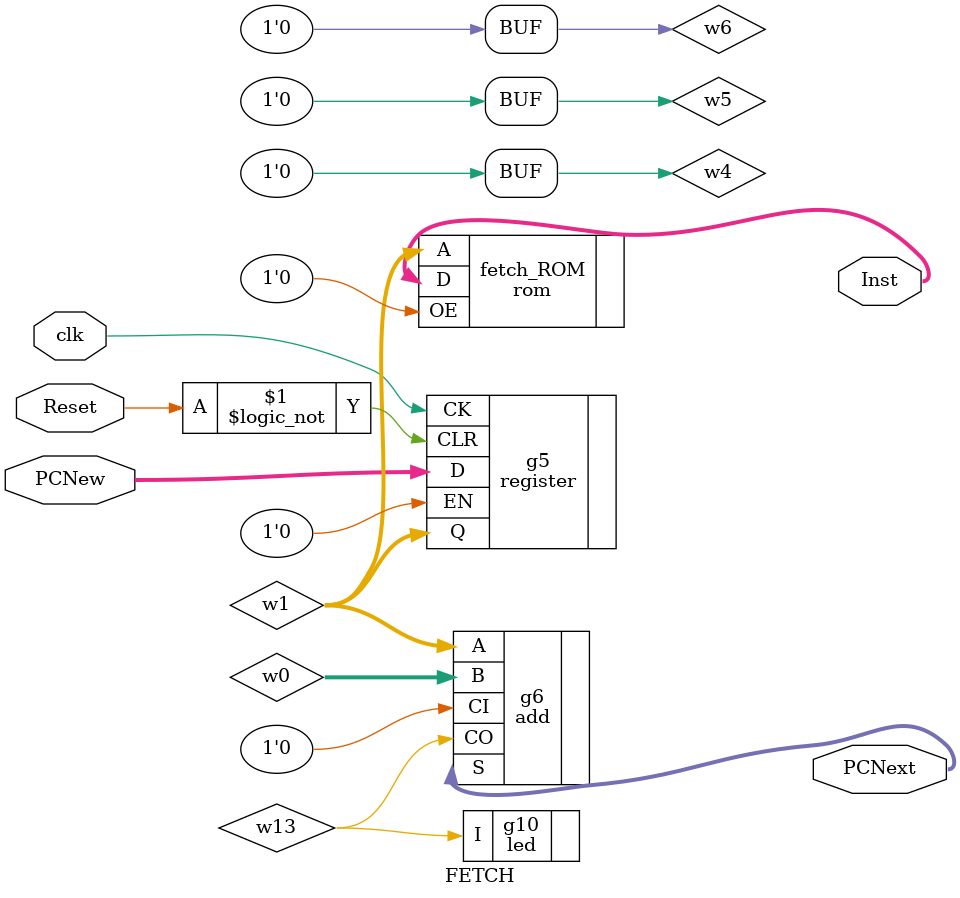
<source format=v>

module FETCH(clk, PCNew, Reset, Inst, PCNext);
//: interface  /sz:(113, 114) /bd:[ Li0>clk(96/114) Li1>PCNew[31:0](66/114) Li2>Reset(33/114) Ro0<Inst[31:0](88/114) Ro1<PCNext[31:0](36/114) ]
supply0 w6;    //: /sn:0 {0}(521,437)(521,414){1}
supply0 w4;    //: /sn:0 {0}(470,346)(470,327)(454,327)(454,351){1}
input [31:0] PCNew;    //: /sn:0 {0}(383,389)(438,389){1}
output [31:0] Inst;    //: /sn:0 /dp:1 {0}(594,387)(538,387){1}
output [31:0] PCNext;    //: /sn:0 /dp:1 {0}(594,300)(573,300){1}
input Reset;    //: /sn:0 {0}(381,328)(444,328)(444,351){1}
input clk;    //: /sn:0 {0}(381,447)(449,447)(449,427){1}
supply0 w5;    //: /sn:0 {0}(571,267)(571,257)(558,257)(558,276){1}
wire w13;    //: /sn:0 {0}(558,324)(558,338){1}
wire [31:0] w0;    //: /sn:0 {0}(526,284)(544,284){1}
wire [31:0] w1;    //: /sn:0 /dp:1 {0}(459,389)(487,389){1}
//: {2}(491,389)(503,389){3}
//: {4}(489,387)(489,316)(544,316){5}
//: enddecls

  //: supply0 g8 (w4) @(470,352) /sn:0 /w:[ 0 ]
  //: input g3 (clk) @(379,447) /sn:0 /w:[ 0 ]
  //: input g2 (PCNew) @(381,389) /sn:0 /w:[ 0 ]
  //: input g1 (Reset) @(379,328) /sn:0 /w:[ 0 ]
  led g10 (.I(w13));   //: @(558,345) /sn:0 /R:2 /w:[ 1 ] /type:0
  add g6 (.A(w1), .B(w0), .S(PCNext), .CI(w5), .CO(w13));   //: @(560,300) /sn:0 /R:1 /w:[ 5 1 1 1 0 ]
  //: supply0 g9 (w5) @(571,273) /sn:0 /w:[ 0 ]
  //: joint g7 (w1) @(489, 389) /w:[ 2 4 1 -1 ]
  rom fetch_ROM (.A(w1), .D(Inst), .OE(w6));   //: @(521,388) /sn:0 /w:[ 3 1 1 ] /mem:"/home/omiralles03/Documents/Estructura de Computadors/Practica2_EstructuraComputadors/TAREAS/mult.mem"
  //: output g12 (Inst) @(591,387) /sn:0 /w:[ 0 ]
  register g5 (.Q(w1), .D(PCNew), .EN(w4), .CLR(!Reset), .CK(clk));   //: @(449,389) /sn:0 /R:1 /w:[ 0 1 1 1 1 ]
  //: supply0 g11 (w6) @(521,443) /sn:0 /w:[ 0 ]
  //: dip g0 (w0) @(488,284) /sn:0 /R:1 /w:[ 0 ] /st:1
  //: output g13 (PCNext) @(591,300) /sn:0 /w:[ 0 ]

endmodule

module main;    //: root_module
wire w13;    //: /sn:0 {0}(616,288)(695,288){1}
wire [31:0] w4;    //: /sn:0 {0}(877,343)(810,343){1}
wire w1;    //: /sn:0 {0}(608,351)(695,351){1}
wire [31:0] w11;    //: /sn:0 {0}(810,291)(847,291)(847,221)(662,221)(662,321)(695,321){1}
//: enddecls

  clock g8 (.Z(w1));   //: @(595,351) /sn:0 /w:[ 0 ] /omega:2000 /phi:0 /duty:50
  //: switch g4 (w13) @(599,288) /sn:0 /w:[ 0 ] /st:0
  FETCH g17 (.clk(w1), .PCNew(w11), .Reset(w13), .Inst(w4), .PCNext(w11));   //: @(696, 255) /sz:(113, 114) /sn:0 /p:[ Li0>1 Li1>1 Li2>1 Ro0<1 Ro1<0 ]
  led g1 (.I(w4));   //: @(884,343) /sn:0 /R:3 /w:[ 0 ] /type:2

endmodule

</source>
